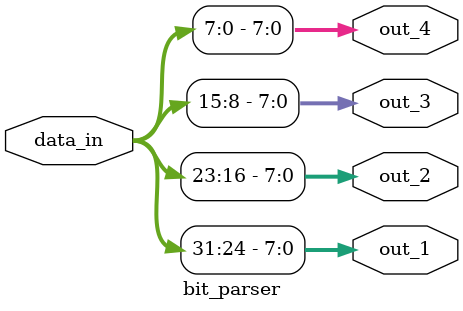
<source format=v>

module bit_parser(
    input  [31:0] data_in,   // 32-bit input word
    output [7:0]  out_1,     // Most significant byte
    output [7:0]  out_2,
    output [7:0]  out_3,
    output [7:0]  out_4      // Least significant byte
);
    assign out_1 = data_in[31:24];
    assign out_2 = data_in[23:16];
    assign out_3 = data_in[15:8];
    assign out_4 = data_in[7:0];
endmodule
</source>
